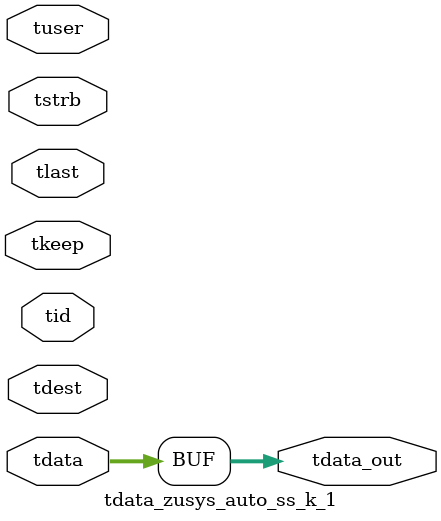
<source format=v>


`timescale 1ps/1ps

module tdata_zusys_auto_ss_k_1 #
(
parameter C_S_AXIS_TDATA_WIDTH = 32,
parameter C_S_AXIS_TUSER_WIDTH = 0,
parameter C_S_AXIS_TID_WIDTH   = 0,
parameter C_S_AXIS_TDEST_WIDTH = 0,
parameter C_M_AXIS_TDATA_WIDTH = 32
)
(
input  [(C_S_AXIS_TDATA_WIDTH == 0 ? 1 : C_S_AXIS_TDATA_WIDTH)-1:0     ] tdata,
input  [(C_S_AXIS_TUSER_WIDTH == 0 ? 1 : C_S_AXIS_TUSER_WIDTH)-1:0     ] tuser,
input  [(C_S_AXIS_TID_WIDTH   == 0 ? 1 : C_S_AXIS_TID_WIDTH)-1:0       ] tid,
input  [(C_S_AXIS_TDEST_WIDTH == 0 ? 1 : C_S_AXIS_TDEST_WIDTH)-1:0     ] tdest,
input  [(C_S_AXIS_TDATA_WIDTH/8)-1:0 ] tkeep,
input  [(C_S_AXIS_TDATA_WIDTH/8)-1:0 ] tstrb,
input                                                                    tlast,
output [C_M_AXIS_TDATA_WIDTH-1:0] tdata_out
);

assign tdata_out = {tdata[31:0]};

endmodule


</source>
